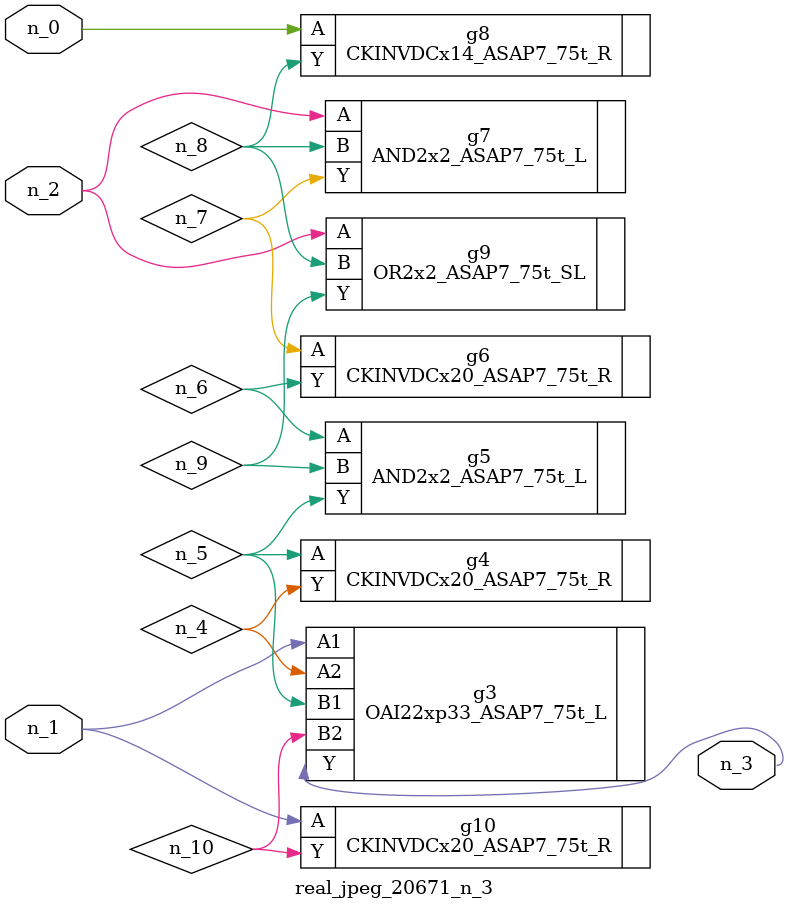
<source format=v>
module real_jpeg_20671_n_3 (n_1, n_0, n_2, n_3);

input n_1;
input n_0;
input n_2;

output n_3;

wire n_5;
wire n_4;
wire n_8;
wire n_6;
wire n_7;
wire n_10;
wire n_9;

CKINVDCx14_ASAP7_75t_R g8 ( 
.A(n_0),
.Y(n_8)
);

OAI22xp33_ASAP7_75t_L g3 ( 
.A1(n_1),
.A2(n_4),
.B1(n_5),
.B2(n_10),
.Y(n_3)
);

CKINVDCx20_ASAP7_75t_R g10 ( 
.A(n_1),
.Y(n_10)
);

AND2x2_ASAP7_75t_L g7 ( 
.A(n_2),
.B(n_8),
.Y(n_7)
);

OR2x2_ASAP7_75t_SL g9 ( 
.A(n_2),
.B(n_8),
.Y(n_9)
);

CKINVDCx20_ASAP7_75t_R g4 ( 
.A(n_5),
.Y(n_4)
);

AND2x2_ASAP7_75t_L g5 ( 
.A(n_6),
.B(n_9),
.Y(n_5)
);

CKINVDCx20_ASAP7_75t_R g6 ( 
.A(n_7),
.Y(n_6)
);


endmodule
</source>
